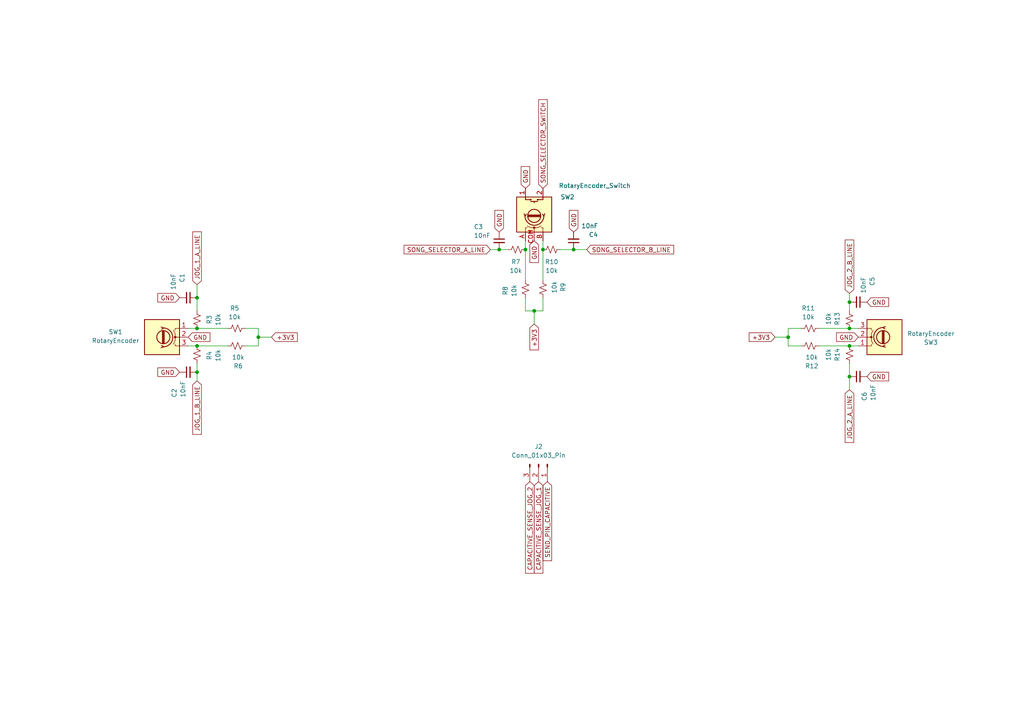
<source format=kicad_sch>
(kicad_sch (version 20250114) (generator "eeschema") (generator_version "9.0")
  (paper "A4")
  (title_block (title "@opensourcedj on twitter") (rev "1") (company "Alex G"))
  (lib_symbols
    (symbol "Connector:Conn_01x03_Pin" (pin_names (offset 1.016) (hide yes))
      (property "Reference" "J" (at 0 5.08 0))
      (property "Value" "Conn_01x03_Pin" (at 0 -5.08 0))
      (symbol "Conn_01x03_Pin_1_1"
        (rectangle (start 0.8636 2.667) (end 0 2.413) (stroke (width 0.1524)) (fill (type outline)))
        (rectangle (start 0.8636 0.127) (end 0 -0.127) (stroke (width 0.1524)) (fill (type outline)))
        (rectangle (start 0.8636 -2.413) (end 0 -2.667) (stroke (width 0.1524)) (fill (type outline)))
        (polyline (pts (xy 1.27 2.54) (xy 0.8636 2.54)) (stroke (width 0.1524)))
        (polyline (pts (xy 1.27 0) (xy 0.8636 0)) (stroke (width 0.1524)))
        (polyline (pts (xy 1.27 -2.54) (xy 0.8636 -2.54)) (stroke (width 0.1524)))
        (pin passive line (at 5.08 2.54 180) (length 3.81) (name "Pin_1") (number "1"))
        (pin passive line (at 5.08 0 180) (length 3.81) (name "Pin_2") (number "2"))
        (pin passive line (at 5.08 -2.54 180) (length 3.81) (name "Pin_3") (number "3"))
      )
    )
    (symbol "Device:C_Small" (pin_numbers (hide yes)) (pin_names (offset 0.254) (hide yes))
      (property "Reference" "C" (at 0.254 1.778 0))
      (property "Value" "C_Small" (at 0.254 -2.032 0))
      (symbol "C_Small_0_1"
        (polyline (pts (xy -1.524 0.508) (xy 1.524 0.508)) (stroke (width 0.3048)))
        (polyline (pts (xy -1.524 -0.508) (xy 1.524 -0.508)) (stroke (width 0.3302)))
      )
      (symbol "C_Small_1_1"
        (pin passive line (at 0 2.54 270) (length 2.032) (name "~") (number "1"))
        (pin passive line (at 0 -2.54 90) (length 2.032) (name "~") (number "2"))
      )
    )
    (symbol "Device:R_Small_US" (pin_numbers (hide yes)) (pin_names (offset 0.254) (hide yes))
      (property "Reference" "R" (at 0.762 0.508 0))
      (property "Value" "R_Small_US" (at 0.762 -1.016 0))
      (symbol "R_Small_US_1_1"
        (polyline (pts (xy 0 1.524) (xy 1.016 1.143) (xy 0 0.762) (xy -1.016 0.381) (xy 0 0)))
        (polyline (pts (xy 0 0) (xy 1.016 -0.381) (xy 0 -0.762) (xy -1.016 -1.143) (xy 0 -1.524)))
        (pin passive line (at 0 2.54 270) (length 1.016) (name "~") (number "1"))
        (pin passive line (at 0 -2.54 90) (length 1.016) (name "~") (number "2"))
      )
    )
    (symbol "Device:RotaryEncoder" (pin_names (offset 0.254) (hide yes))
      (property "Reference" "SW3" (at 13.462 1.524 0))
      (property "Value" "RotaryEncoder" (at 13.462 -1.016 0))
      (symbol "RotaryEncoder_0_1"
        (rectangle (start -5.08 5.08) (end 5.08 -5.08) (stroke (width 0.254)) (fill (type background)))
        (polyline (pts (xy -5.08 2.54) (xy -3.81 2.54) (xy -3.81 2.032)))
        (polyline (pts (xy -5.08 0) (xy -3.81 0) (xy -3.81 -1.016) (xy -3.302 -2.032)))
        (polyline (pts (xy -5.08 -2.54) (xy -3.81 -2.54) (xy -3.81 -2.032)))
        (polyline (pts (xy -4.318 0) (xy -3.81 0) (xy -3.81 1.016) (xy -3.302 2.032)))
        (circle (center -3.81 0) (radius 0.254) (fill (type outline)))
        (polyline (pts (xy -0.635 -1.778) (xy -0.635 1.778)) (stroke (width 0.254)))
        (circle (center -0.381 0) (radius 1.905) (stroke (width 0.254)))
        (polyline (pts (xy -0.381 -1.778) (xy -0.381 1.778)) (stroke (width 0.254)))
        (arc (start -0.381 -2.794) (mid -3.0988 -0.0635) (end -0.381 2.667) (stroke (width 0.254)))
        (polyline (pts (xy -0.127 1.778) (xy -0.127 -1.778)) (stroke (width 0.254)))
        (polyline (pts (xy 0.254 2.921) (xy -0.508 2.667) (xy 0.127 2.286)) (stroke (width 0.254)))
        (polyline (pts (xy 0.254 -3.048) (xy -0.508 -2.794) (xy 0.127 -2.413)) (stroke (width 0.254)))
      )
      (symbol "RotaryEncoder_1_1"
        (pin passive line (at -7.62 2.54 0) (length 2.54) (name "A") (number "1"))
        (pin passive line (at -7.62 0 0) (length 2.54) (name "C") (number "2"))
        (pin passive line (at -7.62 -2.54 0) (length 2.54) (name "B") (number "3"))
      )
    )
    (symbol "Device:RotaryEncoder_Switch" (pin_names (offset 0.254) (hide yes))
      (property "Reference" "SW2" (at 5.08 -7.62 90))
      (property "Value" "RotaryEncoder_Switch" (at 8.382 -7.112 90))
      (symbol "RotaryEncoder_Switch_0_1"
        (rectangle (start -5.08 5.08) (end 5.08 -5.08) (stroke (width 0.254)) (fill (type background)))
        (polyline (pts (xy -5.08 2.54) (xy -3.81 2.54) (xy -3.81 2.032)))
        (polyline (pts (xy -5.08 0) (xy -3.81 0) (xy -3.81 -1.016) (xy -3.302 -2.032)))
        (polyline (pts (xy -5.08 -2.54) (xy -3.81 -2.54) (xy -3.81 -2.032)))
        (polyline (pts (xy -4.318 0) (xy -3.81 0) (xy -3.81 1.016) (xy -3.302 2.032)))
        (circle (center -3.81 0) (radius 0.254) (fill (type outline)))
        (polyline (pts (xy -0.635 -1.778) (xy -0.635 1.778)) (stroke (width 0.254)))
        (circle (center -0.381 0) (radius 1.905) (stroke (width 0.254)))
        (polyline (pts (xy -0.381 -1.778) (xy -0.381 1.778)) (stroke (width 0.254)))
        (arc (start -0.381 -2.794) (mid -3.0988 -0.0635) (end -0.381 2.667) (stroke (width 0.254)))
        (polyline (pts (xy -0.127 1.778) (xy -0.127 -1.778)) (stroke (width 0.254)))
        (polyline (pts (xy 0.254 2.921) (xy -0.508 2.667) (xy 0.127 2.286)) (stroke (width 0.254)))
        (polyline (pts (xy 0.254 -3.048) (xy -0.508 -2.794) (xy 0.127 -2.413)) (stroke (width 0.254)))
        (polyline (pts (xy 3.81 1.016) (xy 3.81 -1.016)) (stroke (width 0.254)))
        (polyline (pts (xy 3.81 0) (xy 3.429 0)) (stroke (width 0.254)))
        (circle (center 4.318 1.016) (radius 0.127) (stroke (width 0.254)))
        (circle (center 4.318 -1.016) (radius 0.127) (stroke (width 0.254)))
        (polyline (pts (xy 5.08 2.54) (xy 4.318 2.54) (xy 4.318 1.016)) (stroke (width 0.254)))
        (polyline (pts (xy 5.08 -2.54) (xy 4.318 -2.54) (xy 4.318 -1.016)) (stroke (width 0.254)))
      )
      (symbol "RotaryEncoder_Switch_1_1"
        (pin passive line (at -7.62 2.54 0) (length 2.54) (name "A") (number "A"))
        (pin passive line (at -7.62 0 0) (length 2.54) (name "C") (number "COM"))
        (pin passive line (at -7.62 -2.54 0) (length 2.54) (name "B") (number "B"))
        (pin passive line (at 7.62 2.54 180) (length 2.54) (name "S1") (number "1"))
        (pin passive line (at 7.62 -2.54 180) (length 2.54) (name "S2") (number "2"))
      )
    )
    (symbol "RotaryEncoder_1" (pin_names (offset 0.254) (hide yes))
      (property "Reference" "SW1" (at 13.462 1.524 0))
      (property "Value" "RotaryEncoder" (at 13.462 -1.016 0))
      (symbol "RotaryEncoder_1_0_1"
        (rectangle (start -5.08 5.08) (end 5.08 -5.08) (stroke (width 0.254)) (fill (type background)))
        (polyline (pts (xy -5.08 2.54) (xy -3.81 2.54) (xy -3.81 2.032)))
        (polyline (pts (xy -5.08 0) (xy -3.81 0) (xy -3.81 -1.016) (xy -3.302 -2.032)))
        (polyline (pts (xy -5.08 -2.54) (xy -3.81 -2.54) (xy -3.81 -2.032)))
        (polyline (pts (xy -4.318 0) (xy -3.81 0) (xy -3.81 1.016) (xy -3.302 2.032)))
        (circle (center -3.81 0) (radius 0.254) (fill (type outline)))
        (polyline (pts (xy -0.635 -1.778) (xy -0.635 1.778)) (stroke (width 0.254)))
        (circle (center -0.381 0) (radius 1.905) (stroke (width 0.254)))
        (polyline (pts (xy -0.381 -1.778) (xy -0.381 1.778)) (stroke (width 0.254)))
        (arc (start -0.381 -2.794) (mid -3.0988 -0.0635) (end -0.381 2.667) (stroke (width 0.254)))
        (polyline (pts (xy -0.127 1.778) (xy -0.127 -1.778)) (stroke (width 0.254)))
        (polyline (pts (xy 0.254 2.921) (xy -0.508 2.667) (xy 0.127 2.286)) (stroke (width 0.254)))
        (polyline (pts (xy 0.254 -3.048) (xy -0.508 -2.794) (xy 0.127 -2.413)) (stroke (width 0.254)))
      )
      (symbol "RotaryEncoder_1_1_1"
        (pin passive line (at -7.62 2.54 0) (length 2.54) (name "A") (number "1"))
        (pin passive line (at -7.62 0 0) (length 2.54) (name "C") (number "2"))
        (pin passive line (at -7.62 -2.54 0) (length 2.54) (name "B") (number "3"))
      )
    )
  )
  (junction (at 246.38 109.22))
  (junction (at 157.48 72.39))
  (junction (at 74.93 97.79))
  (junction (at 144.78 72.39))
  (junction (at 246.38 95.25))
  (junction (at 246.38 100.33))
  (junction (at 154.94 90.17))
  (junction (at 152.4 72.39))
  (junction (at 57.15 107.95))
  (junction (at 57.15 95.25))
  (junction (at 246.38 87.63))
  (junction (at 57.15 100.33))
  (junction (at 166.37 72.39))
  (junction (at 57.15 86.36))
  (junction (at 228.6 97.79))
  (wire (pts (xy 57.15 95.25) (xy 66.04 95.25)))
  (wire (pts (xy 157.48 69.85) (xy 157.48 72.39)))
  (wire (pts (xy 246.38 85.09) (xy 246.38 87.63)))
  (wire (pts (xy 74.93 95.25) (xy 71.12 95.25)))
  (wire (pts (xy 57.15 100.33) (xy 66.04 100.33)))
  (wire (pts (xy 246.38 105.41) (xy 246.38 109.22)))
  (wire (pts (xy 54.61 100.33) (xy 57.15 100.33)))
  (wire (pts (xy 228.6 100.33) (xy 232.41 100.33)))
  (wire (pts (xy 162.56 72.39) (xy 166.37 72.39)))
  (wire (pts (xy 246.38 109.22) (xy 246.38 113.03)))
  (wire (pts (xy 74.93 97.79) (xy 78.74 97.79)))
  (wire (pts (xy 152.4 90.17) (xy 154.94 90.17)))
  (wire (pts (xy 246.38 87.63) (xy 246.38 90.17)))
  (wire (pts (xy 246.38 100.33) (xy 237.49 100.33)))
  (wire (pts (xy 54.61 95.25) (xy 57.15 95.25)))
  (wire (pts (xy 152.4 69.85) (xy 152.4 72.39)))
  (wire (pts (xy 152.4 72.39) (xy 152.4 81.28)))
  (wire (pts (xy 74.93 97.79) (xy 74.93 95.25)))
  (wire (pts (xy 228.6 97.79) (xy 228.6 100.33)))
  (wire (pts (xy 228.6 95.25) (xy 228.6 97.79)))
  (wire (pts (xy 248.92 95.25) (xy 246.38 95.25)))
  (wire (pts (xy 144.78 72.39) (xy 147.32 72.39)))
  (wire (pts (xy 246.38 95.25) (xy 237.49 95.25)))
  (wire (pts (xy 57.15 110.49) (xy 57.15 107.95)))
  (wire (pts (xy 166.37 72.39) (xy 170.18 72.39)))
  (wire (pts (xy 71.12 100.33) (xy 74.93 100.33)))
  (wire (pts (xy 228.6 97.79) (xy 224.79 97.79)))
  (wire (pts (xy 57.15 107.95) (xy 57.15 105.41)))
  (wire (pts (xy 248.92 100.33) (xy 246.38 100.33)))
  (wire (pts (xy 57.15 86.36) (xy 57.15 82.55)))
  (wire (pts (xy 154.94 90.17) (xy 157.48 90.17)))
  (wire (pts (xy 157.48 72.39) (xy 157.48 81.28)))
  (wire (pts (xy 152.4 86.36) (xy 152.4 90.17)))
  (wire (pts (xy 154.94 90.17) (xy 154.94 93.98)))
  (wire (pts (xy 57.15 90.17) (xy 57.15 86.36)))
  (wire (pts (xy 142.24 72.39) (xy 144.78 72.39)))
  (wire (pts (xy 157.48 90.17) (xy 157.48 86.36)))
  (wire (pts (xy 74.93 100.33) (xy 74.93 97.79)))
  (wire (pts (xy 232.41 95.25) (xy 228.6 95.25)))
  (global_label "GND" (shape input) (at 251.46 109.22 0) (property "Intersheetrefs" "${INTERSHEET_REFS}" (effects (hide yes))))
  (global_label "GND" (shape input) (at 248.92 97.79 180) (property "Intersheetrefs" "${INTERSHEET_REFS}" (effects (hide yes))))
  (global_label "GND" (shape input) (at 152.4 54.61 90) (property "Intersheetrefs" "${INTERSHEET_REFS}" (effects (hide yes))))
  (global_label "CAPACITIVE_SENSE_JOG_2" (shape input) (at 153.67 139.7 270) (property "Intersheetrefs" "${INTERSHEET_REFS}" (effects (hide yes))))
  (global_label "GND" (shape input) (at 166.37 67.31 90) (property "Intersheetrefs" "${INTERSHEET_REFS}" (effects (hide yes))))
  (global_label "GND" (shape input) (at 52.07 107.95 180) (property "Intersheetrefs" "${INTERSHEET_REFS}" (effects (hide yes))))
  (global_label "JOG_1_B_LINE" (shape input) (at 57.15 110.49 270) (property "Intersheetrefs" "${INTERSHEET_REFS}" (effects (hide yes))))
  (global_label "GND" (shape input) (at 52.07 86.36 180) (property "Intersheetrefs" "${INTERSHEET_REFS}" (effects (hide yes))))
  (global_label "CAPACITIVE_SENSE_JOG_1" (shape input) (at 156.21 139.7 270) (property "Intersheetrefs" "${INTERSHEET_REFS}" (effects (hide yes))))
  (global_label "SEND_PIN_CAPACITIVE" (shape input) (at 158.75 139.7 270) (property "Intersheetrefs" "${INTERSHEET_REFS}" (effects (hide yes))))
  (global_label "GND" (shape input) (at 154.94 69.85 270) (property "Intersheetrefs" "${INTERSHEET_REFS}" (effects (hide yes))))
  (global_label "SONG_SELECTOR_A_LINE" (shape input) (at 142.24 72.39 180) (property "Intersheetrefs" "${INTERSHEET_REFS}" (effects (hide yes))))
  (global_label "+3V3" (shape input) (at 78.74 97.79 0) (property "Intersheetrefs" "${INTERSHEET_REFS}" (effects (hide yes))))
  (global_label "JOG_2_B_LINE" (shape input) (at 246.38 85.09 90) (property "Intersheetrefs" "${INTERSHEET_REFS}" (effects (hide yes))))
  (global_label "GND" (shape input) (at 54.61 97.79 0) (property "Intersheetrefs" "${INTERSHEET_REFS}" (effects (hide yes))))
  (global_label "JOG_2_A_LINE" (shape input) (at 246.38 113.03 270) (property "Intersheetrefs" "${INTERSHEET_REFS}" (effects (hide yes))))
  (global_label "JOG_1_A_LINE" (shape input) (at 57.15 82.55 90) (property "Intersheetrefs" "${INTERSHEET_REFS}" (effects (hide yes))))
  (global_label "+3V3" (shape input) (at 224.79 97.79 180) (property "Intersheetrefs" "${INTERSHEET_REFS}" (effects (hide yes))))
  (global_label "SONG_SELECTOR_SWITCH" (shape input) (at 157.48 54.61 90) (property "Intersheetrefs" "${INTERSHEET_REFS}" (effects (hide yes))))
  (global_label "GND" (shape input) (at 251.46 87.63 0) (property "Intersheetrefs" "${INTERSHEET_REFS}" (effects (hide yes))))
  (global_label "GND" (shape input) (at 144.78 67.31 90) (property "Intersheetrefs" "${INTERSHEET_REFS}" (effects (hide yes))))
  (global_label "+3V3" (shape input) (at 154.94 93.98 270) (property "Intersheetrefs" "${INTERSHEET_REFS}" (effects (hide yes))))
  (global_label "SONG_SELECTOR_B_LINE" (shape input) (at 170.18 72.39 0) (property "Intersheetrefs" "${INTERSHEET_REFS}" (effects (hide yes))))
  (symbol (lib_id "Device:RotaryEncoder") (at 256.54 97.79 0) (mirror x) (unit 1)
    (property "Reference" "SW3" (at 270.002 99.314 0))
    (property "Value" "RotaryEncoder" (at 270.002 96.774 0))
    (property "Footprint" "footprints:PEC11R-4x15F-Nxxxx_BRN" (effects (hide yes)))
    (property "Description" "Rotary encoder, dual channel, incremental quadrate outputs" (effects (hide yes)))
  )
  (symbol (lib_id "Device:R_Small_US") (at 246.38 92.71 180) (unit 1)
    (property "Reference" "R13" (at 242.824 92.456 90))
    (property "Value" "10k" (at 240.284 92.456 90))
    (property "Footprint" "Resistor_SMD:R_0603_1608Metric" (effects (hide yes)))
    (property "Description" "Resistor, small US symbol" (effects (hide yes)))
  )
  (symbol (lib_id "Device:C_Small") (at 248.92 87.63 270) (unit 1)
    (property "Reference" "C5" (at 252.984 80.264 0) (effects (justify left)))
    (property "Value" "10nF" (at 250.444 80.264 0) (effects (justify left)))
    (property "Footprint" "Capacitor_SMD:C_0603_1608Metric" (effects (hide yes)))
    (property "Description" "Unpolarized capacitor, small symbol" (effects (hide yes)))
  )
  (symbol (lib_id "Device:C_Small") (at 166.37 69.85 180) (unit 1)
    (property "Reference" "C4" (at 173.482 68.072 0) (effects (justify left)))
    (property "Value" "10nF" (at 173.482 65.532 0) (effects (justify left)))
    (property "Footprint" "Capacitor_SMD:C_0603_1608Metric" (effects (hide yes)))
    (property "Description" "Unpolarized capacitor, small symbol" (effects (hide yes)))
  )
  (symbol (lib_id "Device:C_Small") (at 248.92 109.22 90) (unit 1)
    (property "Reference" "C6" (at 250.698 116.332 0) (effects (justify left)))
    (property "Value" "10nF" (at 253.238 116.332 0) (effects (justify left)))
    (property "Footprint" "Capacitor_SMD:C_0603_1608Metric" (effects (hide yes)))
    (property "Description" "Unpolarized capacitor, small symbol" (effects (hide yes)))
  )
  (symbol (lib_id "Device:R_Small_US") (at 57.15 92.71 0) (unit 1)
    (property "Reference" "R3" (at 60.706 92.71 90))
    (property "Value" "10k" (at 63.246 92.71 90))
    (property "Footprint" "Resistor_SMD:R_0603_1608Metric" (effects (hide yes)))
    (property "Description" "Resistor, small US symbol" (effects (hide yes)))
  )
  (symbol (lib_id "Device:R_Small_US") (at 68.58 100.33 90) (unit 1)
    (property "Reference" "R6" (at 69.088 106.172 90))
    (property "Value" "10k" (at 69.088 103.632 90))
    (property "Footprint" "Resistor_SMD:R_0603_1608Metric" (effects (hide yes)))
    (property "Description" "Resistor, small US symbol" (effects (hide yes)))
  )
  (symbol (lib_id "Device:C_Small") (at 54.61 86.36 270) (unit 1)
    (property "Reference" "C1" (at 52.832 79.248 0) (effects (justify left)))
    (property "Value" "10nF" (at 50.292 79.248 0) (effects (justify left)))
    (property "Footprint" "Capacitor_SMD:C_0603_1608Metric" (effects (hide yes)))
    (property "Description" "Unpolarized capacitor, small symbol" (effects (hide yes)))
  )
  (symbol (lib_id "Device:R_Small_US") (at 152.4 83.82 0) (unit 1)
    (property "Reference" "R8" (at 146.558 84.328 90))
    (property "Value" "10k" (at 149.098 84.328 90))
    (property "Footprint" "Resistor_SMD:R_0603_1608Metric" (effects (hide yes)))
    (property "Description" "Resistor, small US symbol" (effects (hide yes)))
  )
  (symbol (lib_id "Device:R_Small_US") (at 68.58 95.25 270) (unit 1)
    (property "Reference" "R5" (at 68.072 89.408 90))
    (property "Value" "10k" (at 68.072 91.948 90))
    (property "Footprint" "Resistor_SMD:R_0603_1608Metric" (effects (hide yes)))
    (property "Description" "Resistor, small US symbol" (effects (hide yes)))
  )
  (symbol (lib_id "Device:RotaryEncoder_Switch") (at 154.94 62.23 90) (unit 1)
    (property "Reference" "SW2" (at 162.56 57.15 90) (effects (justify right)))
    (property "Value" "RotaryEncoder_Switch" (at 162.052 53.848 90) (effects (justify right)))
    (property "Footprint" "PEC11R_4215F_S0024:XDCR_PEC11R-4215F-S0024" (effects (hide yes)))
    (property "Description" "Rotary encoder, dual channel, incremental quadrate outputs, with switch" (effects (hide yes)))
  )
  (symbol (lib_id "Device:R_Small_US") (at 160.02 72.39 270) (unit 1)
    (property "Reference" "R10" (at 160.02 75.946 90))
    (property "Value" "10k" (at 160.02 78.486 90))
    (property "Footprint" "Resistor_SMD:R_0603_1608Metric" (effects (hide yes)))
    (property "Description" "Resistor, small US symbol" (effects (hide yes)))
  )
  (symbol (lib_id "Device:C_Small") (at 144.78 69.85 0) (unit 1)
    (property "Reference" "C3" (at 137.414 65.786 0) (effects (justify left)))
    (property "Value" "10nF" (at 137.414 68.326 0) (effects (justify left)))
    (property "Footprint" "Capacitor_SMD:C_0603_1608Metric" (effects (hide yes)))
    (property "Description" "Unpolarized capacitor, small symbol" (effects (hide yes)))
  )
  (symbol (lib_id "Device:C_Small") (at 54.61 107.95 90) (unit 1)
    (property "Reference" "C2" (at 50.546 115.316 0) (effects (justify left)))
    (property "Value" "10nF" (at 53.086 115.316 0) (effects (justify left)))
    (property "Footprint" "Capacitor_SMD:C_0603_1608Metric" (effects (hide yes)))
    (property "Description" "Unpolarized capacitor, small symbol" (effects (hide yes)))
  )
  (symbol (lib_id "Device:R_Small_US") (at 246.38 102.87 180) (unit 1)
    (property "Reference" "R14" (at 242.824 102.87 90))
    (property "Value" "10k" (at 240.284 102.87 90))
    (property "Footprint" "Resistor_SMD:R_0603_1608Metric" (effects (hide yes)))
    (property "Description" "Resistor, small US symbol" (effects (hide yes)))
  )
  (symbol (lib_id "Device:R_Small_US") (at 157.48 83.82 180) (unit 1)
    (property "Reference" "R9" (at 163.322 83.312 90))
    (property "Value" "10k" (at 160.782 83.312 90))
    (property "Footprint" "Resistor_SMD:R_0603_1608Metric" (effects (hide yes)))
    (property "Description" "Resistor, small US symbol" (effects (hide yes)))
  )
  (symbol (lib_name "RotaryEncoder_1") (lib_id "Device:RotaryEncoder") (at 46.99 97.79 0) (mirror y) (unit 1)
    (property "Reference" "SW1" (at 33.528 96.266 0))
    (property "Value" "RotaryEncoder" (at 33.528 98.806 0))
    (property "Footprint" "footprints:PEC11R-4x15F-Nxxxx_BRN" (effects (hide yes)))
    (property "Description" "Rotary encoder, dual channel, incremental quadrate outputs" (effects (hide yes)))
  )
  (symbol (lib_id "Device:R_Small_US") (at 57.15 102.87 0) (unit 1)
    (property "Reference" "R4" (at 60.706 103.124 90))
    (property "Value" "10k" (at 63.246 103.124 90))
    (property "Footprint" "Resistor_SMD:R_0603_1608Metric" (effects (hide yes)))
    (property "Description" "Resistor, small US symbol" (effects (hide yes)))
  )
  (symbol (lib_id "Device:R_Small_US") (at 234.95 100.33 90) (unit 1)
    (property "Reference" "R12" (at 235.458 106.172 90))
    (property "Value" "10k" (at 235.458 103.632 90))
    (property "Footprint" "Resistor_SMD:R_0603_1608Metric" (effects (hide yes)))
    (property "Description" "Resistor, small US symbol" (effects (hide yes)))
  )
  (symbol (lib_id "Connector:Conn_01x03_Pin") (at 156.21 134.62 270) (unit 1)
    (property "Reference" "J2" (at 156.21 129.54 90))
    (property "Value" "Conn_01x03_Pin" (at 156.21 132.08 90))
    (property "Footprint" "Connector_PinHeader_2.54mm:PinHeader_1x03_P2.54mm_Horizontal" (effects (hide yes)))
    (property "Description" "Generic connector, single row, 01x03, script generated" (effects (hide yes)))
  )
  (symbol (lib_id "Device:R_Small_US") (at 149.86 72.39 270) (unit 1)
    (property "Reference" "R7" (at 149.606 75.946 90))
    (property "Value" "10k" (at 149.606 78.486 90))
    (property "Footprint" "Resistor_SMD:R_0603_1608Metric" (effects (hide yes)))
    (property "Description" "Resistor, small US symbol" (effects (hide yes)))
  )
  (symbol (lib_id "Device:R_Small_US") (at 234.95 95.25 270) (unit 1)
    (property "Reference" "R11" (at 234.442 89.408 90))
    (property "Value" "10k" (at 234.442 91.948 90))
    (property "Footprint" "Resistor_SMD:R_0603_1608Metric" (effects (hide yes)))
    (property "Description" "Resistor, small US symbol" (effects (hide yes)))
  )
)
</source>
